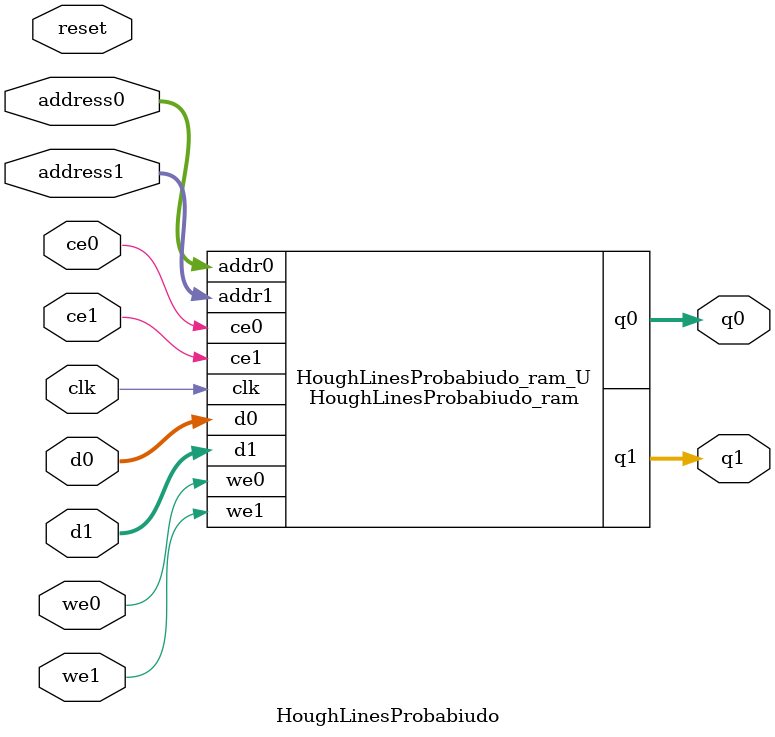
<source format=v>

`timescale 1 ns / 1 ps
module HoughLinesProbabiudo_ram (addr0, ce0, d0, we0, q0, addr1, ce1, d1, we1, q1,  clk);

parameter DWIDTH = 16;
parameter AWIDTH = 9;
parameter MEM_SIZE = 360;

input[AWIDTH-1:0] addr0;
input ce0;
input[DWIDTH-1:0] d0;
input we0;
output reg[DWIDTH-1:0] q0;
input[AWIDTH-1:0] addr1;
input ce1;
input[DWIDTH-1:0] d1;
input we1;
output reg[DWIDTH-1:0] q1;
input clk;

(* ram_style = "block" *)reg [DWIDTH-1:0] ram[0:MEM_SIZE-1];




always @(posedge clk)  
begin 
    if (ce0) 
    begin
        if (we0) 
        begin 
            ram[addr0] <= d0; 
            q0 <= d0;
        end 
        else 
            q0 <= ram[addr0];
    end
end


always @(posedge clk)  
begin 
    if (ce1) 
    begin
        if (we1) 
        begin 
            ram[addr1] <= d1; 
            q1 <= d1;
        end 
        else 
            q1 <= ram[addr1];
    end
end


endmodule


`timescale 1 ns / 1 ps
module HoughLinesProbabiudo(
    reset,
    clk,
    address0,
    ce0,
    we0,
    d0,
    q0,
    address1,
    ce1,
    we1,
    d1,
    q1);

parameter DataWidth = 32'd16;
parameter AddressRange = 32'd360;
parameter AddressWidth = 32'd9;
input reset;
input clk;
input[AddressWidth - 1:0] address0;
input ce0;
input we0;
input[DataWidth - 1:0] d0;
output[DataWidth - 1:0] q0;
input[AddressWidth - 1:0] address1;
input ce1;
input we1;
input[DataWidth - 1:0] d1;
output[DataWidth - 1:0] q1;



HoughLinesProbabiudo_ram HoughLinesProbabiudo_ram_U(
    .clk( clk ),
    .addr0( address0 ),
    .ce0( ce0 ),
    .we0( we0 ),
    .d0( d0 ),
    .q0( q0 ),
    .addr1( address1 ),
    .ce1( ce1 ),
    .we1( we1 ),
    .d1( d1 ),
    .q1( q1 ));

endmodule


</source>
